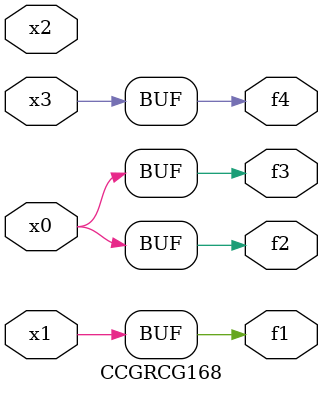
<source format=v>
module CCGRCG168(
	input x0, x1, x2, x3,
	output f1, f2, f3, f4
);
	assign f1 = x1;
	assign f2 = x0;
	assign f3 = x0;
	assign f4 = x3;
endmodule

</source>
